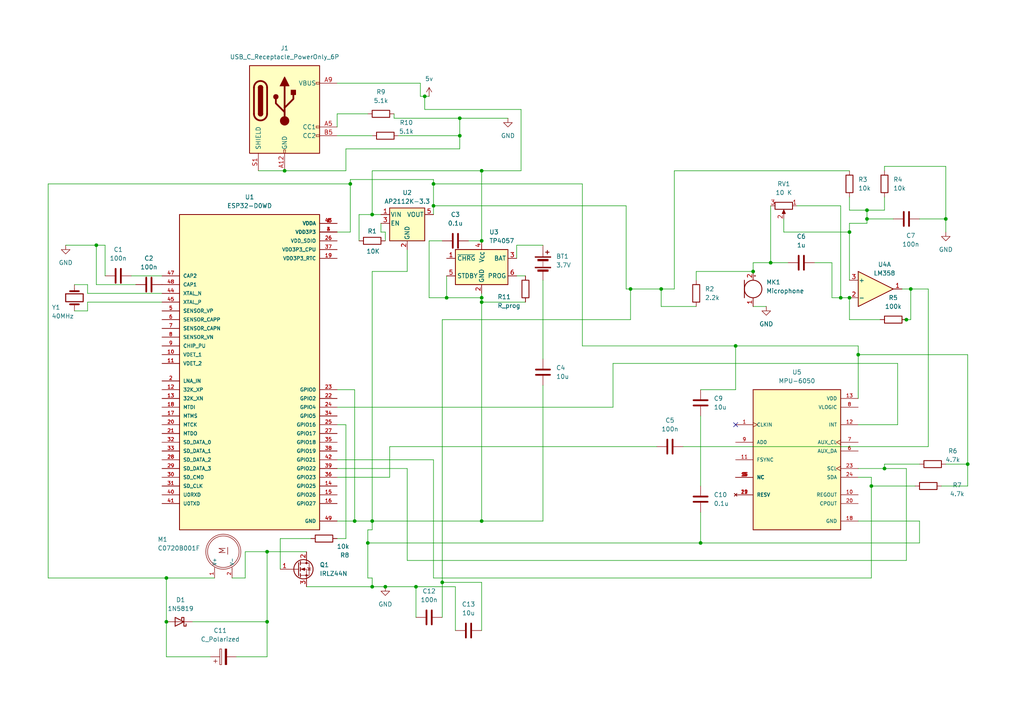
<source format=kicad_sch>
(kicad_sch (version 20231120) (generator "eeschema") (generator_version "8.0")
  (paper "A4")
  (lib_symbols
    (symbol "Amplifier_Operational:LM358" (pin_names (offset 0.127))
      (property "Reference" "U" (at 0 5.08 0))
      (property "Value" "LM358" (at 0 -5.08 0))
      (symbol "LM358_1_1"
        (polyline (pts (xy -5.08 5.08) (xy 5.08 0) (xy -5.08 -5.08) (xy -5.08 5.08)) (stroke (width 0.254)) (fill (type background)))
        (pin output line (at 7.62 0 180) (length 2.54) (name "~") (number "1"))
        (pin input line (at -7.62 -2.54 0) (length 2.54) (name "-") (number "2"))
        (pin input line (at -7.62 2.54 0) (length 2.54) (name "+") (number "3"))
      )
      (symbol "LM358_2_1"
        (polyline (pts (xy -5.08 5.08) (xy 5.08 0) (xy -5.08 -5.08) (xy -5.08 5.08)) (stroke (width 0.254)) (fill (type background)))
        (pin input line (at -7.62 2.54 0) (length 2.54) (name "+") (number "5"))
        (pin input line (at -7.62 -2.54 0) (length 2.54) (name "-") (number "6"))
        (pin output line (at 7.62 0 180) (length 2.54) (name "~") (number "7"))
      )
      (symbol "LM358_3_1"
        (pin power_in line (at -2.54 -7.62 90) (length 3.81) (name "V-") (number "4"))
        (pin power_in line (at -2.54 7.62 270) (length 3.81) (name "V+") (number "8"))
      )
    )
    (symbol "Battery_Management:TP4057"
      (property "Reference" "U" (at -6.35 6.604 0))
      (property "Value" "TP4057" (at 1.524 6.604 0))
      (symbol "TP4057_0_1"
        (rectangle (start -7.62 5.08) (end 7.62 -5.08) (stroke (width 0.254)) (fill (type background)))
      )
      (symbol "TP4057_1_1"
        (pin open_collector line (at -10.16 2.54 0) (length 2.54) (name "~{CHRG}") (number "1"))
        (pin power_in line (at 0 -7.62 90) (length 2.54) (name "GND") (number "2"))
        (pin power_out line (at 10.16 2.54 180) (length 2.54) (name "BAT") (number "3"))
        (pin power_in line (at 0 7.62 270) (length 2.54) (name "V_{CC}") (number "4"))
        (pin open_collector line (at -10.16 -2.54 0) (length 2.54) (name "STDBY") (number "5"))
        (pin passive line (at 10.16 -2.54 180) (length 2.54) (name "PROG") (number "6"))
      )
    )
    (symbol "C0720B001F:C0720B001F" (pin_names (offset 1.016))
      (property "Reference" "M" (at -6.3725 6.5 0))
      (property "Value" "C0720B001F" (at -5.5952 -9.0285 0))
      (symbol "C0720B001F_0_0"
        (polyline (pts (xy -5.08 2.54) (xy -4.572 2.54)) (stroke (width 0.1524)))
        (polyline (pts (xy -4.572 -2.54) (xy -5.08 -2.54)) (stroke (width 0.1524)))
        (polyline (pts (xy -0.762 -1.27) (xy 1.27 -1.27)) (stroke (width 0.1524)))
        (circle (center 0 0) (radius 4.572) (stroke (width 0.1524)))
        (circle (center 0 0) (radius 5.08) (stroke (width 0.1524)))
        (text "M" (at -0.7635 -0.7635 0) (effects (font (size 1.7815 1.7815)) (justify left bottom)))
        (pin power_in line (at -7.62 2.54 0) (length 2.54) (name "V+") (number "1"))
        (pin power_in line (at -7.62 -2.54 0) (length 2.54) (name "V-") (number "2"))
      )
    )
    (symbol "Connector:USB_C_Receptacle_PowerOnly_6P" (pin_names (offset 1.016))
      (property "Reference" "J" (at 0 16.51 0))
      (property "Value" "USB_C_Receptacle_PowerOnly_6P" (at 0 13.97 0))
      (symbol "USB_C_Receptacle_PowerOnly_6P_0_0"
        (rectangle (start -0.254 -12.7) (end 0.254 -11.684))
        (rectangle (start 10.16 -7.366) (end 9.144 -7.874))
        (rectangle (start 10.16 -4.826) (end 9.144 -5.334))
        (rectangle (start 10.16 7.874) (end 9.144 7.366))
      )
      (symbol "USB_C_Receptacle_PowerOnly_6P_0_1"
        (rectangle (start -10.16 12.7) (end 10.16 -12.7) (stroke (width 0.254)) (fill (type background)))
        (arc (start -8.89 -1.27) (mid -6.985 -3.1667) (end -5.08 -1.27) (stroke (width 0.508)))
        (arc (start -7.62 -1.27) (mid -6.985 -1.9023) (end -6.35 -1.27) (stroke (width 0.254)))
        (arc (start -7.62 -1.27) (mid -6.985 -1.9023) (end -6.35 -1.27) (stroke (width 0.254)) (fill (type outline)))
        (rectangle (start -7.62 -1.27) (end -6.35 6.35) (stroke (width 0.254)) (fill (type outline)))
        (arc (start -6.35 6.35) (mid -6.985 6.9823) (end -7.62 6.35) (stroke (width 0.254)))
        (arc (start -6.35 6.35) (mid -6.985 6.9823) (end -7.62 6.35) (stroke (width 0.254)) (fill (type outline)))
        (arc (start -5.08 6.35) (mid -6.985 8.2467) (end -8.89 6.35) (stroke (width 0.508)))
        (circle (center -2.54 3.683) (radius 0.635) (stroke (width 0.254)) (fill (type outline)))
        (circle (center 0 -3.302) (radius 1.27) (fill (type outline)))
        (polyline (pts (xy -8.89 -1.27) (xy -8.89 6.35)) (stroke (width 0.508)))
        (polyline (pts (xy -5.08 6.35) (xy -5.08 -1.27)) (stroke (width 0.508)))
        (polyline (pts (xy 0 -3.302) (xy 0 6.858)) (stroke (width 0.508)))
        (polyline (pts (xy 0 -0.762) (xy -2.54 1.778) (xy -2.54 3.048)) (stroke (width 0.508)))
        (polyline (pts (xy 0 0.508) (xy 2.54 3.048) (xy 2.54 4.318)) (stroke (width 0.508)))
        (polyline (pts (xy -1.27 6.858) (xy 0 9.398) (xy 1.27 6.858) (xy -1.27 6.858)) (stroke (width 0.254)) (fill (type outline)))
        (rectangle (start 1.905 4.318) (end 3.175 5.588) (stroke (width 0.254)) (fill (type outline)))
      )
      (symbol "USB_C_Receptacle_PowerOnly_6P_1_1"
        (pin passive line (at 0 -17.78 90) (length 5.08) (name "GND") (number "A12"))
        (pin bidirectional line (at 15.24 -5.08 180) (length 5.08) (name "CC1") (number "A5"))
        (pin passive line (at 15.24 7.62 180) (length 5.08) (name "VBUS") (number "A9"))
        (pin passive line (at 0 -17.78 90) (length 5.08) hide (name "GND") (number "B12"))
        (pin bidirectional line (at 15.24 -7.62 180) (length 5.08) (name "CC2") (number "B5"))
        (pin passive line (at 15.24 7.62 180) (length 5.08) hide (name "VBUS") (number "B9"))
        (pin passive line (at -7.62 -17.78 90) (length 5.08) (name "SHIELD") (number "S1"))
      )
    )
    (symbol "Device:Battery" (pin_numbers hide) (pin_names (offset 0) hide)
      (property "Reference" "BT" (at 2.54 2.54 0))
      (property "Value" "Battery" (at 2.54 0 0))
      (symbol "Battery_0_1"
        (rectangle (start -2.286 -1.27) (end 2.286 -1.524) (fill (type outline)))
        (rectangle (start -2.286 1.778) (end 2.286 1.524) (fill (type outline)))
        (rectangle (start -1.524 -2.032) (end 1.524 -2.54) (fill (type outline)))
        (rectangle (start -1.524 1.016) (end 1.524 0.508) (fill (type outline)))
        (polyline (pts (xy 0 -1.016) (xy 0 -0.762)))
        (polyline (pts (xy 0 -0.508) (xy 0 -0.254)))
        (polyline (pts (xy 0 0) (xy 0 0.254)))
        (polyline (pts (xy 0 1.778) (xy 0 2.54)))
        (polyline (pts (xy 0.762 3.048) (xy 1.778 3.048)) (stroke (width 0.254)))
        (polyline (pts (xy 1.27 3.556) (xy 1.27 2.54)) (stroke (width 0.254)))
      )
      (symbol "Battery_1_1"
        (pin passive line (at 0 5.08 270) (length 2.54) (name "+") (number "1"))
        (pin passive line (at 0 -5.08 90) (length 2.54) (name "-") (number "2"))
      )
    )
    (symbol "Device:C" (pin_numbers hide) (pin_names (offset 0.254))
      (property "Reference" "C" (at 0.635 2.54 0))
      (property "Value" "C" (at 0.635 -2.54 0))
      (symbol "C_0_1"
        (polyline (pts (xy -2.032 -0.762) (xy 2.032 -0.762)) (stroke (width 0.508)))
        (polyline (pts (xy -2.032 0.762) (xy 2.032 0.762)) (stroke (width 0.508)))
      )
      (symbol "C_1_1"
        (pin passive line (at 0 3.81 270) (length 2.794) (name "~") (number "1"))
        (pin passive line (at 0 -3.81 90) (length 2.794) (name "~") (number "2"))
      )
    )
    (symbol "Device:C_Polarized" (pin_numbers hide) (pin_names (offset 0.254))
      (property "Reference" "C" (at 0.635 2.54 0))
      (property "Value" "C_Polarized" (at 0.635 -2.54 0))
      (symbol "C_Polarized_0_1"
        (rectangle (start -2.286 0.508) (end 2.286 1.016))
        (polyline (pts (xy -1.778 2.286) (xy -0.762 2.286)))
        (polyline (pts (xy -1.27 2.794) (xy -1.27 1.778)))
        (rectangle (start 2.286 -0.508) (end -2.286 -1.016) (fill (type outline)))
      )
      (symbol "C_Polarized_1_1"
        (pin passive line (at 0 3.81 270) (length 2.794) (name "~") (number "1"))
        (pin passive line (at 0 -3.81 90) (length 2.794) (name "~") (number "2"))
      )
    )
    (symbol "Device:Crystal" (pin_numbers hide) (pin_names (offset 1.016) hide)
      (property "Reference" "Y" (at 0 3.81 0))
      (property "Value" "Crystal" (at 0 -3.81 0))
      (symbol "Crystal_0_1"
        (rectangle (start -1.143 2.54) (end 1.143 -2.54) (stroke (width 0.3048)))
        (polyline (pts (xy -2.54 0) (xy -1.905 0)))
        (polyline (pts (xy -1.905 -1.27) (xy -1.905 1.27)) (stroke (width 0.508)))
        (polyline (pts (xy 1.905 -1.27) (xy 1.905 1.27)) (stroke (width 0.508)))
        (polyline (pts (xy 2.54 0) (xy 1.905 0)))
      )
      (symbol "Crystal_1_1"
        (pin passive line (at -3.81 0 0) (length 1.27) (name "1") (number "1"))
        (pin passive line (at 3.81 0 180) (length 1.27) (name "2") (number "2"))
      )
    )
    (symbol "Device:Microphone" (pin_names (offset 0.0254) hide)
      (property "Reference" "MK" (at -3.81 1.27 0))
      (property "Value" "Microphone" (at -3.81 -0.635 0))
      (symbol "Microphone_0_1"
        (polyline (pts (xy -2.54 2.54) (xy -2.54 -2.54)) (stroke (width 0.254)))
        (polyline (pts (xy 0.254 3.81) (xy 0.762 3.81)))
        (polyline (pts (xy 0.508 4.064) (xy 0.508 3.556)))
        (circle (center 0 0) (radius 2.54) (stroke (width 0.254)))
      )
      (symbol "Microphone_1_1"
        (pin passive line (at 0 -5.08 90) (length 2.54) (name "-") (number "1"))
        (pin passive line (at 0 5.08 270) (length 2.54) (name "+") (number "2"))
      )
    )
    (symbol "Device:R" (pin_numbers hide) (pin_names (offset 0))
      (property "Reference" "R" (at 2.032 0 90))
      (property "Value" "R" (at 0 0 90))
      (symbol "R_0_1"
        (rectangle (start -1.016 -2.54) (end 1.016 2.54) (stroke (width 0.254)))
      )
      (symbol "R_1_1"
        (pin passive line (at 0 3.81 270) (length 1.27) (name "~") (number "1"))
        (pin passive line (at 0 -3.81 90) (length 1.27) (name "~") (number "2"))
      )
    )
    (symbol "Device:R_Potentiometer" (pin_names (offset 1.016) hide)
      (property "Reference" "RV" (at -4.445 0 90))
      (property "Value" "R_Potentiometer" (at -2.54 0 90))
      (symbol "R_Potentiometer_0_1"
        (polyline (pts (xy 2.54 0) (xy 1.524 0)))
        (polyline (pts (xy 1.143 0) (xy 2.286 0.508) (xy 2.286 -0.508) (xy 1.143 0)) (fill (type outline)))
        (rectangle (start 1.016 2.54) (end -1.016 -2.54) (stroke (width 0.254)))
      )
      (symbol "R_Potentiometer_1_1"
        (pin passive line (at 0 3.81 270) (length 1.27) (name "1") (number "1"))
        (pin passive line (at 3.81 0 180) (length 1.27) (name "2") (number "2"))
        (pin passive line (at 0 -3.81 90) (length 1.27) (name "3") (number "3"))
      )
    )
    (symbol "Diode:1N5819" (pin_numbers hide) (pin_names (offset 1.016) hide)
      (property "Reference" "D" (at 0 2.54 0))
      (property "Value" "1N5819" (at 0 -2.54 0))
      (symbol "1N5819_0_1"
        (polyline (pts (xy 1.27 0) (xy -1.27 0)))
        (polyline (pts (xy 1.27 1.27) (xy 1.27 -1.27) (xy -1.27 0) (xy 1.27 1.27)) (stroke (width 0.254)))
        (polyline (pts (xy -1.905 0.635) (xy -1.905 1.27) (xy -1.27 1.27) (xy -1.27 -1.27) (xy -0.635 -1.27) (xy -0.635 -0.635)) (stroke (width 0.254)))
      )
      (symbol "1N5819_1_1"
        (pin passive line (at -3.81 0 0) (length 2.54) (name "K") (number "1"))
        (pin passive line (at 3.81 0 180) (length 2.54) (name "A") (number "2"))
      )
    )
    (symbol "ESP32-D0WD:ESP32-D0WD" (pin_names (offset 1.016))
      (property "Reference" "U" (at -20.3223 45.7253 0))
      (property "Value" "ESP32-D0WD" (at -20.3476 -48.3256 0))
      (symbol "ESP32-D0WD_0_0"
        (rectangle (start -20.32 -45.72) (end 20.32 45.72) (stroke (width 0.254)) (fill (type background)))
        (pin power_in line (at 25.4 43.18 180) (length 5.08) (name "VDDA") (number "1"))
        (pin input line (at -25.4 5.08 0) (length 5.08) (name "VDET_1") (number "10"))
        (pin input line (at -25.4 2.54 0) (length 5.08) (name "VDET_2") (number "11"))
        (pin bidirectional line (at -25.4 -5.08 0) (length 5.08) (name "32K_XP") (number "12"))
        (pin bidirectional line (at -25.4 -7.62 0) (length 5.08) (name "32K_XN") (number "13"))
        (pin bidirectional line (at 25.4 -33.02 180) (length 5.08) (name "GPIO25") (number "14"))
        (pin bidirectional line (at 25.4 -35.56 180) (length 5.08) (name "GPIO26") (number "15"))
        (pin bidirectional line (at 25.4 -38.1 180) (length 5.08) (name "GPIO27") (number "16"))
        (pin bidirectional line (at -25.4 -12.7 0) (length 5.08) (name "MTMS") (number "17"))
        (pin bidirectional line (at -25.4 -10.16 0) (length 5.08) (name "MTDI") (number "18"))
        (pin power_in line (at 25.4 33.02 180) (length 5.08) (name "VDD3P3_RTC") (number "19"))
        (pin bidirectional line (at -25.4 -2.54 0) (length 5.08) (name "LNA_IN") (number "2"))
        (pin bidirectional line (at -25.4 -15.24 0) (length 5.08) (name "MTCK") (number "20"))
        (pin bidirectional line (at -25.4 -17.78 0) (length 5.08) (name "MTDO") (number "21"))
        (pin bidirectional line (at 25.4 -7.62 180) (length 5.08) (name "GPIO2") (number "22"))
        (pin bidirectional line (at 25.4 -5.08 180) (length 5.08) (name "GPIO0") (number "23"))
        (pin bidirectional line (at 25.4 -10.16 180) (length 5.08) (name "GPIO4") (number "24"))
        (pin bidirectional line (at 25.4 -15.24 180) (length 5.08) (name "GPIO16") (number "25"))
        (pin power_in line (at 25.4 38.1 180) (length 5.08) (name "VDD_SDIO") (number "26"))
        (pin bidirectional line (at 25.4 -17.78 180) (length 5.08) (name "GPIO17") (number "27"))
        (pin bidirectional line (at -25.4 -25.4 0) (length 5.08) (name "SD_DATA_2") (number "28"))
        (pin bidirectional line (at -25.4 -27.94 0) (length 5.08) (name "SD_DATA_3") (number "29"))
        (pin power_in line (at 25.4 40.64 180) (length 5.08) (name "VDD3P3") (number "3"))
        (pin bidirectional line (at -25.4 -30.48 0) (length 5.08) (name "SD_CMD") (number "30"))
        (pin bidirectional line (at -25.4 -33.02 0) (length 5.08) (name "SD_CLK") (number "31"))
        (pin bidirectional line (at -25.4 -20.32 0) (length 5.08) (name "SD_DATA_0") (number "32"))
        (pin bidirectional line (at -25.4 -22.86 0) (length 5.08) (name "SD_DATA_1") (number "33"))
        (pin bidirectional line (at 25.4 -12.7 180) (length 5.08) (name "GPIO5") (number "34"))
        (pin bidirectional line (at 25.4 -20.32 180) (length 5.08) (name "GPIO18") (number "35"))
        (pin bidirectional line (at 25.4 -30.48 180) (length 5.08) (name "GPIO23") (number "36"))
        (pin power_in line (at 25.4 35.56 180) (length 5.08) (name "VDD3P3_CPU") (number "37"))
        (pin bidirectional line (at 25.4 -22.86 180) (length 5.08) (name "GPIO19") (number "38"))
        (pin bidirectional line (at 25.4 -27.94 180) (length 5.08) (name "GPIO22") (number "39"))
        (pin power_in line (at 25.4 40.64 180) (length 5.08) (name "VDD3P3") (number "4"))
        (pin bidirectional line (at -25.4 -35.56 0) (length 5.08) (name "U0RXD") (number "40"))
        (pin bidirectional line (at -25.4 -38.1 0) (length 5.08) (name "U0TXD") (number "41"))
        (pin bidirectional line (at 25.4 -25.4 180) (length 5.08) (name "GPIO21") (number "42"))
        (pin power_in line (at 25.4 43.18 180) (length 5.08) (name "VDDA") (number "43"))
        (pin output line (at -25.4 22.86 0) (length 5.08) (name "XTAL_N") (number "44"))
        (pin input line (at -25.4 20.32 0) (length 5.08) (name "XTAL_P") (number "45"))
        (pin power_in line (at 25.4 43.18 180) (length 5.08) (name "VDDA") (number "46"))
        (pin input line (at -25.4 27.94 0) (length 5.08) (name "CAP2") (number "47"))
        (pin input line (at -25.4 25.4 0) (length 5.08) (name "CAP1") (number "48"))
        (pin power_in line (at 25.4 -43.18 180) (length 5.08) (name "GND") (number "49"))
        (pin input line (at -25.4 17.78 0) (length 5.08) (name "SENSOR_VP") (number "5"))
        (pin input line (at -25.4 15.24 0) (length 5.08) (name "SENSOR_CAPP") (number "6"))
        (pin input line (at -25.4 12.7 0) (length 5.08) (name "SENSOR_CAPN") (number "7"))
        (pin input line (at -25.4 10.16 0) (length 5.08) (name "SENSOR_VN") (number "8"))
        (pin input line (at -25.4 7.62 0) (length 5.08) (name "CHIP_PU") (number "9"))
      )
    )
    (symbol "MPU-6050:MPU-6050" (pin_names (offset 1.016))
      (property "Reference" "U" (at -12.7 21.082 0))
      (property "Value" "MPU-6050" (at -12.7 -22.86 0))
      (symbol "MPU-6050_0_0"
        (rectangle (start -12.7 -20.32) (end 12.7 20.32) (stroke (width 0.254)) (fill (type background)))
        (pin input clock (at -17.78 10.16 0) (length 5.08) (name "CLKIN") (number "1"))
        (pin passive line (at 17.78 -10.16 180) (length 5.08) (name "REGOUT") (number "10"))
        (pin input line (at -17.78 0 0) (length 5.08) (name "FSYNC") (number "11"))
        (pin output line (at 17.78 10.16 180) (length 5.08) (name "INT") (number "12"))
        (pin power_in line (at 17.78 17.78 180) (length 5.08) (name "VDD") (number "13"))
        (pin passive line (at -17.78 -5.08 0) (length 5.08) (name "NC") (number "14"))
        (pin passive line (at -17.78 -5.08 0) (length 5.08) (name "NC") (number "15"))
        (pin passive line (at -17.78 -5.08 0) (length 5.08) (name "NC") (number "16"))
        (pin passive line (at -17.78 -5.08 0) (length 5.08) (name "NC") (number "17"))
        (pin power_in line (at 17.78 -17.78 180) (length 5.08) (name "GND") (number "18"))
        (pin no_connect line (at -17.78 -10.16 0) (length 5.08) (name "RESV") (number "19"))
        (pin passive line (at -17.78 -5.08 0) (length 5.08) (name "NC") (number "2"))
        (pin passive line (at 17.78 -12.7 180) (length 5.08) (name "CPOUT") (number "20"))
        (pin no_connect line (at -17.78 -10.16 0) (length 5.08) (name "RESV") (number "21"))
        (pin no_connect line (at -17.78 -10.16 0) (length 5.08) (name "RESV") (number "22"))
        (pin input clock (at 17.78 -2.54 180) (length 5.08) (name "SCL") (number "23"))
        (pin bidirectional line (at 17.78 -5.08 180) (length 5.08) (name "SDA") (number "24"))
        (pin passive line (at -17.78 -5.08 0) (length 5.08) (name "NC") (number "3"))
        (pin passive line (at -17.78 -5.08 0) (length 5.08) (name "NC") (number "4"))
        (pin passive line (at -17.78 -5.08 0) (length 5.08) (name "NC") (number "5"))
        (pin bidirectional line (at 17.78 2.54 180) (length 5.08) (name "AUX_DA") (number "6"))
        (pin output clock (at 17.78 5.08 180) (length 5.08) (name "AUX_CL") (number "7"))
        (pin power_in line (at 17.78 15.24 180) (length 5.08) (name "VLOGIC") (number "8"))
        (pin input line (at -17.78 5.08 0) (length 5.08) (name "AD0") (number "9"))
      )
    )
    (symbol "Regulator_Linear:AP2112K-3.3" (pin_names (offset 0.254))
      (property "Reference" "U" (at -5.08 5.715 0))
      (property "Value" "AP2112K-3.3" (at 0 5.715 0))
      (symbol "AP2112K-3.3_0_1"
        (rectangle (start -5.08 4.445) (end 5.08 -5.08) (stroke (width 0.254)) (fill (type background)))
      )
      (symbol "AP2112K-3.3_1_1"
        (pin power_in line (at -7.62 2.54 0) (length 2.54) (name "VIN") (number "1"))
        (pin power_in line (at 0 -7.62 90) (length 2.54) (name "GND") (number "2"))
        (pin input line (at -7.62 0 0) (length 2.54) (name "EN") (number "3"))
        (pin no_connect line (at 5.08 0 180) (length 2.54) hide (name "NC") (number "4"))
        (pin power_out line (at 7.62 2.54 180) (length 2.54) (name "VOUT") (number "5"))
      )
    )
    (symbol "Transistor_FET:IRLZ44N" (pin_names hide)
      (property "Reference" "Q" (at 5.08 1.905 0))
      (property "Value" "IRLZ44N" (at 5.08 0 0))
      (symbol "IRLZ44N_0_1"
        (polyline (pts (xy 0.254 0) (xy -2.54 0)))
        (polyline (pts (xy 0.254 1.905) (xy 0.254 -1.905)) (stroke (width 0.254)))
        (polyline (pts (xy 0.762 -1.27) (xy 0.762 -2.286)) (stroke (width 0.254)))
        (polyline (pts (xy 0.762 0.508) (xy 0.762 -0.508)) (stroke (width 0.254)))
        (polyline (pts (xy 0.762 2.286) (xy 0.762 1.27)) (stroke (width 0.254)))
        (polyline (pts (xy 2.54 2.54) (xy 2.54 1.778)))
        (polyline (pts (xy 2.54 -2.54) (xy 2.54 0) (xy 0.762 0)))
        (polyline (pts (xy 0.762 -1.778) (xy 3.302 -1.778) (xy 3.302 1.778) (xy 0.762 1.778)))
        (polyline (pts (xy 1.016 0) (xy 2.032 0.381) (xy 2.032 -0.381) (xy 1.016 0)) (fill (type outline)))
        (polyline (pts (xy 2.794 0.508) (xy 2.921 0.381) (xy 3.683 0.381) (xy 3.81 0.254)))
        (polyline (pts (xy 3.302 0.381) (xy 2.921 -0.254) (xy 3.683 -0.254) (xy 3.302 0.381)))
        (circle (center 1.651 0) (radius 2.794) (stroke (width 0.254)))
        (circle (center 2.54 -1.778) (radius 0.254) (fill (type outline)))
        (circle (center 2.54 1.778) (radius 0.254) (fill (type outline)))
      )
      (symbol "IRLZ44N_1_1"
        (pin input line (at -5.08 0 0) (length 2.54) (name "G") (number "1"))
        (pin passive line (at 2.54 5.08 270) (length 2.54) (name "D") (number "2"))
        (pin passive line (at 2.54 -5.08 90) (length 2.54) (name "S") (number "3"))
      )
    )
    (symbol "power:GND" (power) (pin_numbers hide) (pin_names (offset 0) hide)
      (property "Value" "GND" (at 0 -3.81 0))
      (symbol "GND_0_1"
        (polyline (pts (xy 0 0) (xy 0 -1.27) (xy 1.27 -1.27) (xy 0 -2.54) (xy -1.27 -1.27) (xy 0 -1.27)))
      )
      (symbol "GND_1_1"
        (pin power_in line (at 0 0 270) (length 0) (name "~") (number "1"))
      )
    )
    (symbol "power:VCC" (power) (pin_numbers hide) (pin_names (offset 0) hide)
      (property "Value" "VCC" (at 0 3.556 0))
      (symbol "VCC_0_1"
        (polyline (pts (xy -0.762 1.27) (xy 0 2.54)))
        (polyline (pts (xy 0 0) (xy 0 2.54)))
        (polyline (pts (xy 0 2.54) (xy 0.762 1.27)))
      )
      (symbol "VCC_1_1"
        (pin power_in line (at 0 0 90) (length 0) (name "~") (number "1"))
      )
    )
  )
  (junction (at 182.88 83.82))
  (junction (at 264.16 83.82))
  (junction (at 191.77 83.82))
  (junction (at 82.55 49.53))
  (junction (at 107.95 170.18))
  (junction (at 129.54 86.36))
  (junction (at 48.26 167.64))
  (junction (at 123.19 27.94))
  (junction (at 125.73 53.34))
  (junction (at 139.7 69.85))
  (junction (at 139.7 151.13))
  (junction (at 27.94 71.12))
  (junction (at 101.6 53.34))
  (junction (at 218.44 78.74))
  (junction (at 139.7 86.36))
  (junction (at 128.27 168.91))
  (junction (at 139.7 49.53))
  (junction (at 133.35 39.37))
  (junction (at 252.73 140.97))
  (junction (at 102.87 151.13))
  (junction (at 107.95 151.13))
  (junction (at 251.46 60.96))
  (junction (at 125.73 59.69))
  (junction (at 120.65 170.18))
  (junction (at 77.47 180.34))
  (junction (at 111.76 170.18))
  (junction (at 251.46 63.5))
  (junction (at 248.92 102.87))
  (junction (at 139.7 87.63))
  (junction (at 246.38 67.31))
  (junction (at 262.89 92.71))
  (junction (at 223.52 76.2))
  (junction (at 77.47 160.02))
  (junction (at 106.68 157.48))
  (junction (at 243.84 86.36))
  (junction (at 280.67 134.62))
  (junction (at 203.2 157.48))
  (junction (at 246.38 86.36))
  (junction (at 133.35 34.29))
  (junction (at 274.32 63.5))
  (junction (at 48.26 180.34))
  (junction (at 256.54 135.89))
  (junction (at 107.95 62.23))
  (junction (at 213.36 100.33))
  (no_connect (at 213.36 123.19))
  (wire (pts (xy 102.87 113.03) (xy 102.87 151.13)))
  (wire (pts (xy 203.2 120.65) (xy 203.2 140.97)))
  (wire (pts (xy 30.48 80.01) (xy 30.48 71.12)))
  (wire (pts (xy 125.73 167.64) (xy 125.73 133.35)))
  (wire (pts (xy 151.13 49.53) (xy 139.7 49.53)))
  (wire (pts (xy 157.48 111.76) (xy 157.48 151.13)))
  (wire (pts (xy 129.54 86.36) (xy 139.7 86.36)))
  (wire (pts (xy 97.79 138.43) (xy 113.03 138.43)))
  (wire (pts (xy 190.5 129.54) (xy 113.03 129.54)))
  (wire (pts (xy 248.92 123.19) (xy 260.35 123.19)))
  (wire (pts (xy 246.38 64.77) (xy 246.38 67.31)))
  (wire (pts (xy 255.27 92.71) (xy 246.38 92.71)))
  (wire (pts (xy 107.95 78.74) (xy 107.95 151.13)))
  (wire (pts (xy 121.92 24.13) (xy 121.92 27.94)))
  (wire (pts (xy 68.58 190.5) (xy 77.47 190.5)))
  (wire (pts (xy 77.47 190.5) (xy 77.47 180.34)))
  (wire (pts (xy 60.96 190.5) (xy 48.26 190.5)))
  (wire (pts (xy 168.91 53.34) (xy 125.73 53.34)))
  (wire (pts (xy 246.38 67.31) (xy 246.38 81.28)))
  (wire (pts (xy 48.26 180.34) (xy 48.26 190.5)))
  (wire (pts (xy 88.9 160.02) (xy 77.47 160.02)))
  (wire (pts (xy 248.92 102.87) (xy 280.67 102.87)))
  (wire (pts (xy 139.7 151.13) (xy 107.95 151.13)))
  (wire (pts (xy 241.3 86.36) (xy 243.84 86.36)))
  (wire (pts (xy 100.33 43.18) (xy 133.35 43.18)))
  (wire (pts (xy 274.32 134.62) (xy 280.67 134.62)))
  (wire (pts (xy 274.32 63.5) (xy 274.32 48.26)))
  (wire (pts (xy 256.54 135.89) (xy 262.89 135.89)))
  (wire (pts (xy 252.73 167.64) (xy 125.73 167.64)))
  (wire (pts (xy 128.27 69.85) (xy 124.46 69.85)))
  (wire (pts (xy 124.46 69.85) (xy 124.46 86.36)))
  (wire (pts (xy 97.79 24.13) (xy 121.92 24.13)))
  (wire (pts (xy 266.7 134.62) (xy 256.54 134.62)))
  (wire (pts (xy 133.35 34.29) (xy 114.3 34.29)))
  (wire (pts (xy 88.9 170.18) (xy 107.95 170.18)))
  (wire (pts (xy 124.46 86.36) (xy 129.54 86.36)))
  (wire (pts (xy 139.7 86.36) (xy 139.7 87.63)))
  (wire (pts (xy 256.54 60.96) (xy 251.46 60.96)))
  (wire (pts (xy 107.95 167.64) (xy 107.95 170.18)))
  (wire (pts (xy 195.58 49.53) (xy 195.58 83.82)))
  (wire (pts (xy 246.38 64.77) (xy 251.46 64.77)))
  (wire (pts (xy 151.13 31.75) (xy 151.13 49.53)))
  (wire (pts (xy 100.33 123.19) (xy 97.79 123.19)))
  (wire (pts (xy 115.57 39.37) (xy 133.35 39.37)))
  (wire (pts (xy 82.55 49.53) (xy 100.33 49.53)))
  (wire (pts (xy 118.11 162.56) (xy 118.11 135.89)))
  (wire (pts (xy 251.46 63.5) (xy 259.08 63.5)))
  (wire (pts (xy 147.32 34.29) (xy 133.35 34.29)))
  (wire (pts (xy 125.73 59.69) (xy 125.73 62.23)))
  (wire (pts (xy 256.54 134.62) (xy 256.54 135.89)))
  (wire (pts (xy 139.7 85.09) (xy 139.7 86.36)))
  (wire (pts (xy 191.77 83.82) (xy 182.88 83.82)))
  (wire (pts (xy 213.36 113.03) (xy 203.2 113.03)))
  (wire (pts (xy 19.05 71.12) (xy 27.94 71.12)))
  (wire (pts (xy 168.91 100.33) (xy 168.91 53.34)))
  (wire (pts (xy 227.33 67.31) (xy 246.38 67.31)))
  (wire (pts (xy 262.89 162.56) (xy 118.11 162.56)))
  (wire (pts (xy 149.86 71.12) (xy 149.86 74.93)))
  (wire (pts (xy 39.37 82.55) (xy 27.94 82.55)))
  (wire (pts (xy 97.79 39.37) (xy 107.95 39.37)))
  (wire (pts (xy 251.46 64.77) (xy 251.46 63.5)))
  (wire (pts (xy 260.35 105.41) (xy 177.8 105.41)))
  (wire (pts (xy 77.47 160.02) (xy 71.12 160.02)))
  (wire (pts (xy 266.7 151.13) (xy 266.7 157.48)))
  (wire (pts (xy 100.33 156.21) (xy 100.33 123.19)))
  (wire (pts (xy 38.1 80.01) (xy 46.99 80.01)))
  (wire (pts (xy 248.92 115.57) (xy 248.92 102.87)))
  (wire (pts (xy 251.46 60.96) (xy 246.38 60.96)))
  (wire (pts (xy 48.26 167.64) (xy 62.23 167.64)))
  (wire (pts (xy 139.7 69.85) (xy 135.89 69.85)))
  (wire (pts (xy 260.35 123.19) (xy 260.35 105.41)))
  (wire (pts (xy 262.89 135.89) (xy 262.89 162.56)))
  (wire (pts (xy 201.93 78.74) (xy 201.93 81.28)))
  (wire (pts (xy 266.7 63.5) (xy 274.32 63.5)))
  (wire (pts (xy 248.92 135.89) (xy 256.54 135.89)))
  (wire (pts (xy 261.62 92.71) (xy 262.89 92.71)))
  (wire (pts (xy 13.97 167.64) (xy 13.97 53.34)))
  (wire (pts (xy 123.19 27.94) (xy 123.19 31.75)))
  (wire (pts (xy 107.95 62.23) (xy 110.49 62.23)))
  (wire (pts (xy 218.44 78.74) (xy 201.93 78.74)))
  (wire (pts (xy 246.38 49.53) (xy 195.58 49.53)))
  (wire (pts (xy 118.11 72.39) (xy 118.11 78.74)))
  (wire (pts (xy 106.68 167.64) (xy 107.95 167.64)))
  (wire (pts (xy 269.24 129.54) (xy 269.24 83.82)))
  (wire (pts (xy 123.19 31.75) (xy 151.13 31.75)))
  (wire (pts (xy 13.97 167.64) (xy 48.26 167.64)))
  (wire (pts (xy 101.6 67.31) (xy 97.79 67.31)))
  (wire (pts (xy 252.73 138.43) (xy 252.73 140.97)))
  (wire (pts (xy 133.35 39.37) (xy 133.35 43.18)))
  (wire (pts (xy 252.73 140.97) (xy 252.73 167.64)))
  (wire (pts (xy 111.76 67.31) (xy 111.76 69.85)))
  (wire (pts (xy 129.54 80.01) (xy 129.54 86.36)))
  (wire (pts (xy 213.36 100.33) (xy 213.36 113.03)))
  (wire (pts (xy 104.14 69.85) (xy 104.14 62.23)))
  (wire (pts (xy 213.36 100.33) (xy 168.91 100.33)))
  (wire (pts (xy 201.93 88.9) (xy 191.77 88.9)))
  (wire (pts (xy 120.65 170.18) (xy 132.08 170.18)))
  (wire (pts (xy 128.27 92.71) (xy 182.88 92.71)))
  (wire (pts (xy 269.24 83.82) (xy 264.16 83.82)))
  (wire (pts (xy 223.52 59.69) (xy 223.52 76.2)))
  (wire (pts (xy 107.95 151.13) (xy 107.95 153.67)))
  (wire (pts (xy 256.54 60.96) (xy 256.54 57.15)))
  (wire (pts (xy 27.94 71.12) (xy 30.48 71.12)))
  (wire (pts (xy 231.14 59.69) (xy 243.84 59.69)))
  (wire (pts (xy 203.2 148.59) (xy 203.2 157.48)))
  (wire (pts (xy 106.68 153.67) (xy 107.95 153.67)))
  (wire (pts (xy 25.4 82.55) (xy 21.59 82.55)))
  (wire (pts (xy 274.32 48.26) (xy 256.54 48.26)))
  (wire (pts (xy 218.44 88.9) (xy 222.25 88.9)))
  (wire (pts (xy 101.6 52.07) (xy 125.73 52.07)))
  (wire (pts (xy 181.61 59.69) (xy 125.73 59.69)))
  (wire (pts (xy 157.48 151.13) (xy 139.7 151.13)))
  (wire (pts (xy 55.88 180.34) (xy 77.47 180.34)))
  (wire (pts (xy 25.4 87.63) (xy 25.4 90.17)))
  (wire (pts (xy 177.8 118.11) (xy 97.79 118.11)))
  (wire (pts (xy 248.92 102.87) (xy 248.92 100.33)))
  (wire (pts (xy 139.7 87.63) (xy 139.7 151.13)))
  (wire (pts (xy 223.52 76.2) (xy 218.44 76.2)))
  (wire (pts (xy 280.67 140.97) (xy 273.05 140.97)))
  (wire (pts (xy 123.19 27.94) (xy 124.46 27.94)))
  (wire (pts (xy 13.97 53.34) (xy 101.6 53.34)))
  (wire (pts (xy 248.92 100.33) (xy 213.36 100.33)))
  (wire (pts (xy 228.6 76.2) (xy 223.52 76.2)))
  (wire (pts (xy 241.3 76.2) (xy 241.3 86.36)))
  (wire (pts (xy 113.03 129.54) (xy 113.03 138.43)))
  (wire (pts (xy 274.32 67.31) (xy 274.32 63.5)))
  (wire (pts (xy 125.73 133.35) (xy 97.79 133.35)))
  (wire (pts (xy 46.99 87.63) (xy 25.4 87.63)))
  (wire (pts (xy 177.8 105.41) (xy 177.8 118.11)))
  (wire (pts (xy 111.76 170.18) (xy 120.65 170.18)))
  (wire (pts (xy 81.28 165.1) (xy 81.28 156.21)))
  (wire (pts (xy 246.38 92.71) (xy 246.38 86.36)))
  (wire (pts (xy 248.92 138.43) (xy 252.73 138.43)))
  (wire (pts (xy 266.7 157.48) (xy 203.2 157.48)))
  (wire (pts (xy 280.67 134.62) (xy 280.67 140.97)))
  (wire (pts (xy 248.92 151.13) (xy 266.7 151.13)))
  (wire (pts (xy 128.27 179.07) (xy 128.27 168.91)))
  (wire (pts (xy 139.7 182.88) (xy 139.7 168.91)))
  (wire (pts (xy 152.4 87.63) (xy 139.7 87.63)))
  (wire (pts (xy 110.49 67.31) (xy 111.76 67.31)))
  (wire (pts (xy 71.12 160.02) (xy 71.12 167.64)))
  (wire (pts (xy 139.7 168.91) (xy 128.27 168.91)))
  (wire (pts (xy 67.31 167.64) (xy 71.12 167.64)))
  (wire (pts (xy 139.7 49.53) (xy 107.95 49.53)))
  (wire (pts (xy 218.44 76.2) (xy 218.44 78.74)))
  (wire (pts (xy 198.12 129.54) (xy 269.24 129.54)))
  (wire (pts (xy 125.73 52.07) (xy 125.73 53.34)))
  (wire (pts (xy 139.7 49.53) (xy 139.7 69.85)))
  (wire (pts (xy 102.87 151.13) (xy 97.79 151.13)))
  (wire (pts (xy 100.33 49.53) (xy 100.33 43.18)))
  (wire (pts (xy 133.35 39.37) (xy 133.35 34.29)))
  (wire (pts (xy 77.47 180.34) (xy 77.47 160.02)))
  (wire (pts (xy 256.54 48.26) (xy 256.54 49.53)))
  (wire (pts (xy 106.68 153.67) (xy 106.68 157.48)))
  (wire (pts (xy 97.79 33.02) (xy 97.79 36.83)))
  (wire (pts (xy 203.2 157.48) (xy 106.68 157.48)))
  (wire (pts (xy 132.08 182.88) (xy 132.08 170.18)))
  (wire (pts (xy 81.28 156.21) (xy 90.17 156.21)))
  (wire (pts (xy 182.88 83.82) (xy 182.88 92.71)))
  (wire (pts (xy 246.38 60.96) (xy 246.38 57.15)))
  (wire (pts (xy 27.94 82.55) (xy 27.94 71.12)))
  (wire (pts (xy 97.79 113.03) (xy 102.87 113.03)))
  (wire (pts (xy 107.95 151.13) (xy 102.87 151.13)))
  (wire (pts (xy 106.68 157.48) (xy 106.68 167.64)))
  (wire (pts (xy 265.43 140.97) (xy 252.73 140.97)))
  (wire (pts (xy 264.16 83.82) (xy 264.16 92.71)))
  (wire (pts (xy 25.4 90.17) (xy 21.59 90.17)))
  (wire (pts (xy 227.33 63.5) (xy 227.33 67.31)))
  (wire (pts (xy 74.93 49.53) (xy 82.55 49.53)))
  (wire (pts (xy 107.95 170.18) (xy 111.76 170.18)))
  (wire (pts (xy 157.48 81.28) (xy 157.48 104.14)))
  (wire (pts (xy 191.77 83.82) (xy 191.77 88.9)))
  (wire (pts (xy 46.99 85.09) (xy 25.4 85.09)))
  (wire (pts (xy 243.84 59.69) (xy 243.84 86.36)))
  (wire (pts (xy 101.6 53.34) (xy 101.6 67.31)))
  (wire (pts (xy 195.58 83.82) (xy 191.77 83.82)))
  (wire (pts (xy 236.22 76.2) (xy 241.3 76.2)))
  (wire (pts (xy 261.62 83.82) (xy 264.16 83.82)))
  (wire (pts (xy 25.4 85.09) (xy 25.4 82.55)))
  (wire (pts (xy 149.86 80.01) (xy 152.4 80.01)))
  (wire (pts (xy 120.65 179.07) (xy 120.65 170.18)))
  (wire (pts (xy 264.16 92.71) (xy 262.89 92.71)))
  (wire (pts (xy 149.86 71.12) (xy 157.48 71.12)))
  (wire (pts (xy 182.88 83.82) (xy 181.61 83.82)))
  (wire (pts (xy 106.68 33.02) (xy 97.79 33.02)))
  (wire (pts (xy 114.3 34.29) (xy 114.3 33.02)))
  (wire (pts (xy 107.95 49.53) (xy 107.95 62.23)))
  (wire (pts (xy 280.67 102.87) (xy 280.67 134.62)))
  (wire (pts (xy 104.14 62.23) (xy 107.95 62.23)))
  (wire (pts (xy 181.61 83.82) (xy 181.61 59.69)))
  (wire (pts (xy 101.6 52.07) (xy 101.6 53.34)))
  (wire (pts (xy 118.11 135.89) (xy 97.79 135.89)))
  (wire (pts (xy 125.73 53.34) (xy 125.73 59.69)))
  (wire (pts (xy 121.92 27.94) (xy 123.19 27.94)))
  (wire (pts (xy 97.79 156.21) (xy 100.33 156.21)))
  (wire (pts (xy 118.11 78.74) (xy 107.95 78.74)))
  (wire (pts (xy 110.49 64.77) (xy 110.49 67.31)))
  (wire (pts (xy 243.84 86.36) (xy 246.38 86.36)))
  (wire (pts (xy 48.26 167.64) (xy 48.26 180.34)))
  (wire (pts (xy 251.46 63.5) (xy 251.46 60.96)))
  (wire (pts (xy 128.27 168.91) (xy 128.27 92.71)))
  (symbol (lib_id "Device:C") (at 232.41 76.2 270) (unit 1)
    (property "Reference" "C6" (at 232.41 68.58 90))
    (property "Value" "1u" (at 232.41 71.12 90))
    (property "Footprint" "Capacitor_SMD:C_0603_1608Metric" (effects (hide yes)))
    (property "Description" "Unpolarized capacitor" (effects (hide yes)))
  )
  (symbol (lib_id "Device:R") (at 111.76 39.37 90) (unit 1)
    (property "Reference" "R10" (at 117.856 35.56 90))
    (property "Value" "5.1k" (at 117.856 38.1 90))
    (property "Footprint" "Resistor_SMD:R_0603_1608Metric" (effects (hide yes)))
    (property "Description" "Resistor" (effects (hide yes)))
  )
  (symbol (lib_id "Device:R") (at 270.51 134.62 90) (unit 1)
    (property "Reference" "R6" (at 276.352 130.81 90))
    (property "Value" "4.7k" (at 276.352 133.35 90))
    (property "Footprint" "Resistor_SMD:R_0603_1608Metric" (effects (hide yes)))
    (property "Description" "Resistor" (effects (hide yes)))
  )
  (symbol (lib_id "Device:R") (at 269.24 140.97 90) (unit 1)
    (property "Reference" "R7" (at 277.622 140.716 90))
    (property "Value" "4.7k" (at 277.622 143.256 90))
    (property "Footprint" "Resistor_SMD:R_0603_1608Metric" (effects (hide yes)))
    (property "Description" "Resistor" (effects (hide yes)))
  )
  (symbol (lib_id "Device:R") (at 152.4 83.82 0) (unit 1)
    (property "Reference" "R11" (at 144.272 86.106 0) (effects (justify left)))
    (property "Value" "R_prog" (at 144.272 88.646 0) (effects (justify left)))
    (property "Footprint" "Resistor_SMD:R_0603_1608Metric" (effects (hide yes)))
    (property "Description" "Resistor" (effects (hide yes)))
  )
  (symbol (lib_id "Device:R") (at 256.54 53.34 0) (unit 1)
    (property "Reference" "R4" (at 259.08 52.0699 0) (effects (justify left)))
    (property "Value" "10k" (at 259.08 54.6099 0) (effects (justify left)))
    (property "Footprint" "Resistor_SMD:R_0603_1608Metric" (effects (hide yes)))
    (property "Description" "Resistor" (effects (hide yes)))
  )
  (symbol (lib_id "Device:C") (at 203.2 144.78 0) (unit 1)
    (property "Reference" "C10" (at 207.01 143.5099 0) (effects (justify left)))
    (property "Value" "0.1u" (at 207.01 146.0499 0) (effects (justify left)))
    (property "Footprint" "Capacitor_SMD:C_0603_1608Metric" (effects (hide yes)))
    (property "Description" "Unpolarized capacitor" (effects (hide yes)))
  )
  (symbol (lib_id "Device:R_Potentiometer") (at 227.33 59.69 270) (unit 1)
    (property "Reference" "RV1" (at 227.33 53.34 90))
    (property "Value" "10 K" (at 227.33 55.88 90))
    (property "Footprint" "Potentiometer_SMD:Potentiometer_ACP_CA6-VSMD_Vertical" (effects (hide yes)))
    (property "Description" "Potentiometer" (effects (hide yes)))
  )
  (symbol (lib_id "Device:C") (at 34.29 80.01 90) (unit 1)
    (property "Reference" "C1" (at 34.29 72.39 90))
    (property "Value" "100n" (at 34.29 74.93 90))
    (property "Footprint" "Capacitor_SMD:C_0603_1608Metric" (effects (hide yes)))
    (property "Description" "Unpolarized capacitor" (effects (hide yes)))
  )
  (symbol (lib_id "Battery_Management:TP4057") (at 139.7 77.47 0) (unit 1)
    (property "Reference" "U3" (at 141.8941 67.31 0) (effects (justify left)))
    (property "Value" "TP4057" (at 141.8941 69.85 0) (effects (justify left)))
    (property "Footprint" "Package_TO_SOT_SMD:SOT-23-6" (effects (hide yes)))
    (property "Datasheet" "http://toppwr.com/uploadfile/file/20230304/640302a47b738.pdf" (effects (hide yes)))
    (property "Description" "Constant-current/constant-voltage linear charger for single cell lithium-ion batteries with 2.9V Trickle Charge, 4.5V to 6.5V VDD, -40 to +85 degree Celsius, TSOT-23-5" (effects (hide yes)))
  )
  (symbol (lib_id "Device:R") (at 110.49 33.02 90) (unit 1)
    (property "Reference" "R9" (at 110.49 26.67 90))
    (property "Value" "5.1k" (at 110.49 29.21 90))
    (property "Footprint" "Resistor_SMD:R_0603_1608Metric" (effects (hide yes)))
    (property "Description" "Resistor" (effects (hide yes)))
  )
  (symbol (lib_id "Device:C_Polarized") (at 64.77 190.5 90) (unit 1)
    (property "Reference" "C11" (at 63.881 182.88 90))
    (property "Value" "C_Polarized" (at 63.881 185.42 90))
    (property "Footprint" "Capacitor_SMD:C_Elec_3x5.4" (effects (hide yes)))
    (property "Description" "Polarized capacitor" (effects (hide yes)))
  )
  (symbol (lib_id "Connector:USB_C_Receptacle_PowerOnly_6P") (at 82.55 31.75 0) (unit 1)
    (property "Reference" "J1" (at 82.55 13.97 0))
    (property "Value" "USB_C_Receptacle_PowerOnly_6P" (at 82.55 16.51 0))
    (property "Footprint" "Connector_USB:USB_C_Receptacle_Amphenol_12401548E4-2A" (effects (hide yes)))
    (property "Datasheet" "https://www.usb.org/sites/default/files/documents/usb_type-c.zip" (effects (hide yes)))
    (property "Description" "USB Power-Only 6P Type-C Receptacle connector" (effects (hide yes)))
  )
  (symbol (lib_id "Diode:1N5819") (at 52.07 180.34 180) (unit 1)
    (property "Reference" "D1" (at 52.3875 173.99 0))
    (property "Value" "1N5819" (at 52.3875 176.53 0))
    (property "Footprint" "Diode_THT:D_DO-41_SOD81_P10.16mm_Horizontal" (effects (hide yes)))
    (property "Datasheet" "http://www.vishay.com/docs/88525/1n5817.pdf" (effects (hide yes)))
    (property "Description" "40V 1A Schottky Barrier Rectifier Diode, DO-41" (effects (hide yes)))
  )
  (symbol (lib_id "power:VCC") (at 124.46 27.94 0) (unit 1)
    (property "Reference" "#PWR02" (effects (hide yes)))
    (property "Value" "5v" (at 124.46 22.86 0))
    (property "Description" "Power symbol creates a global label with name \"VCC\"" (effects (hide yes)))
  )
  (symbol (lib_id "Device:R") (at 107.95 69.85 90) (unit 1)
    (property "Reference" "R1" (at 107.95 67.056 90))
    (property "Value" "10K" (at 108.204 72.898 90))
    (property "Footprint" "Resistor_SMD:R_0603_1608Metric" (effects (hide yes)))
    (property "Description" "Resistor" (effects (hide yes)))
  )
  (symbol (lib_id "C0720B001F:C0720B001F") (at 64.77 160.02 90) (unit 1)
    (property "Reference" "M1" (at 45.72 156.464 90) (effects (justify right)))
    (property "Value" "C0720B001F" (at 45.72 159.004 90) (effects (justify right)))
    (property "Footprint" "C0720B001F:XDCR_C0720B001F" (effects (hide yes)))
    (property "MF" "Jinlong Machinery" (effects (hide yes)))
    (property "Description_1" "\n- DC Motor Vibration, ERM 10000 RPM - - 3VDC\n" (effects (hide yes)))
    (property "Package" "None" (effects (hide yes)))
    (property "Price" "None" (effects (hide yes)))
    (property "SnapEDA_Link" "https://www.snapeda.com/parts/C0720B001F/Jinlong+Machinery+%2526+Electronics%252C+Inc./view-part/?ref=snap" (effects (hide yes)))
    (property "MP" "C0720B001F" (effects (hide yes)))
    (property "Availability" "Not in stock" (effects (hide yes)))
    (property "Check_prices" "https://www.snapeda.com/parts/C0720B001F/Jinlong+Machinery+%2526+Electronics%252C+Inc./view-part/?ref=eda" (effects (hide yes)))
  )
  (symbol (lib_id "Device:C") (at 157.48 107.95 0) (unit 1)
    (property "Reference" "C4" (at 161.29 106.6799 0) (effects (justify left)))
    (property "Value" "10u" (at 161.29 109.2199 0) (effects (justify left)))
    (property "Footprint" "Capacitor_SMD:C_0603_1608Metric" (effects (hide yes)))
    (property "Description" "Unpolarized capacitor" (effects (hide yes)))
  )
  (symbol (lib_id "Device:C") (at 194.31 129.54 90) (unit 1)
    (property "Reference" "C5" (at 194.31 121.92 90))
    (property "Value" "100n" (at 194.31 124.46 90))
    (property "Footprint" "Capacitor_SMD:C_0603_1608Metric" (effects (hide yes)))
    (property "Description" "Unpolarized capacitor" (effects (hide yes)))
  )
  (symbol (lib_id "Regulator_Linear:AP2112K-3.3") (at 118.11 64.77 0) (unit 1)
    (property "Reference" "U2" (at 118.11 55.88 0))
    (property "Value" "AP2112K-3.3" (at 118.11 58.42 0))
    (property "Footprint" "Package_TO_SOT_SMD:SOT-223-5" (effects (hide yes)))
    (property "Datasheet" "https://www.diodes.com/assets/Datasheets/AP2112.pdf" (effects (hide yes)))
    (property "Description" "600mA low dropout linear regulator, with enable pin, 3.8V-6V input voltage range, 3.3V fixed positive output, SOT-23-5" (effects (hide yes)))
  )
  (symbol (lib_id "Device:R") (at 201.93 85.09 0) (unit 1)
    (property "Reference" "R2" (at 204.47 83.8199 0) (effects (justify left)))
    (property "Value" "2.2k" (at 204.47 86.3599 0) (effects (justify left)))
    (property "Footprint" "Resistor_SMD:R_0603_1608Metric" (effects (hide yes)))
    (property "Description" "Resistor" (effects (hide yes)))
  )
  (symbol (lib_id "Transistor_FET:IRLZ44N") (at 86.36 165.1 0) (unit 1)
    (property "Reference" "Q1" (at 92.71 163.8299 0) (effects (justify left)))
    (property "Value" "IRLZ44N" (at 92.71 166.3699 0) (effects (justify left)))
    (property "Footprint" "Package_TO_SOT_SMD:SOT-223" (effects (hide yes)))
    (property "Datasheet" "http://www.irf.com/product-info/datasheets/data/irlz44n.pdf" (effects (hide yes)))
    (property "Description" "47A Id, 55V Vds, 22mOhm Rds Single N-Channel HEXFET Power MOSFET, TO-220AB" (effects (hide yes)))
  )
  (symbol (lib_id "Device:R") (at 246.38 53.34 0) (unit 1)
    (property "Reference" "R3" (at 248.92 52.0699 0) (effects (justify left)))
    (property "Value" "10k" (at 248.92 54.6099 0) (effects (justify left)))
    (property "Footprint" "Resistor_SMD:R_0603_1608Metric" (effects (hide yes)))
    (property "Description" "Resistor" (effects (hide yes)))
  )
  (symbol (lib_id "Device:C") (at 262.89 63.5 270) (unit 1)
    (property "Reference" "C7" (at 264.16 68.326 90))
    (property "Value" "100n" (at 264.16 70.866 90))
    (property "Footprint" "Capacitor_SMD:C_0603_1608Metric" (effects (hide yes)))
    (property "Description" "Unpolarized capacitor" (effects (hide yes)))
  )
  (symbol (lib_id "Device:C") (at 43.18 82.55 90) (unit 1)
    (property "Reference" "C2" (at 43.18 74.93 90))
    (property "Value" "100n" (at 43.18 77.47 90))
    (property "Footprint" "Capacitor_SMD:C_0603_1608Metric" (effects (hide yes)))
    (property "Description" "Unpolarized capacitor" (effects (hide yes)))
  )
  (symbol (lib_id "Amplifier_Operational:LM358") (at 254 83.82 0) (unit 1)
    (property "Reference" "U4" (at 256.54 76.708 0))
    (property "Value" "LM358" (at 256.54 79.248 0))
    (property "Footprint" "Package_SO:SOIC-8-1EP_3.9x4.9mm_P1.27mm_EP2.29x3mm" (effects (hide yes)))
    (property "Datasheet" "http://www.ti.com/lit/ds/symlink/lm2904-n.pdf" (effects (hide yes)))
    (property "Description" "Low-Power, Dual Operational Amplifiers, DIP-8/SOIC-8/TO-99-8" (effects (hide yes)))
  )
  (symbol (lib_id "Device:C") (at 203.2 116.84 0) (unit 1)
    (property "Reference" "C9" (at 207.01 115.5699 0) (effects (justify left)))
    (property "Value" "10u" (at 207.01 118.1099 0) (effects (justify left)))
    (property "Footprint" "Capacitor_SMD:C_0603_1608Metric" (effects (hide yes)))
    (property "Description" "Unpolarized capacitor" (effects (hide yes)))
  )
  (symbol (lib_id "power:GND") (at 147.32 34.29 0) (unit 1)
    (property "Reference" "#PWR04" (effects (hide yes)))
    (property "Value" "GND" (at 147.32 39.37 0))
    (property "Description" "Power symbol creates a global label with name \"GND\" , ground" (effects (hide yes)))
  )
  (symbol (lib_id "Device:C") (at 135.89 182.88 90) (unit 1)
    (property "Reference" "C13" (at 135.89 175.26 90))
    (property "Value" "10u" (at 135.89 177.8 90))
    (property "Footprint" "Capacitor_SMD:C_0603_1608Metric" (effects (hide yes)))
    (property "Description" "Unpolarized capacitor" (effects (hide yes)))
  )
  (symbol (lib_id "Device:Microphone") (at 218.44 83.82 0) (unit 1)
    (property "Reference" "MK1" (at 222.25 81.8514 0) (effects (justify left)))
    (property "Value" "Microphone" (at 222.25 84.3914 0) (effects (justify left)))
    (property "Footprint" "MountingEquipment:DINRailAdapter_3xM3_PhoenixContact_1201578" (effects (hide yes)))
    (property "Description" "Microphone" (effects (hide yes)))
  )
  (symbol (lib_id "MPU-6050:MPU-6050") (at 231.14 133.35 0) (unit 1)
    (property "Reference" "U5" (at 231.14 107.95 0))
    (property "Value" "MPU-6050" (at 231.14 110.49 0))
    (property "Footprint" "MPU-6050:QFN50P400X400X95-24N" (effects (hide yes)))
    (property "MF" "TDK InvenSense" (effects (hide yes)))
    (property "MAXIMUM_PACKAGE_HEIGHT" "0.95mm" (effects (hide yes)))
    (property "Package" "QFN-24 InvenSense" (effects (hide yes)))
    (property "Price" "None" (effects (hide yes)))
    (property "Check_prices" "https://www.snapeda.com/parts/MPU-6050/TDK+InvenSense/view-part/?ref=eda" (effects (hide yes)))
    (property "STANDARD" "IPC-7351B" (effects (hide yes)))
    (property "PARTREV" "3.4" (effects (hide yes)))
    (property "SnapEDA_Link" "https://www.snapeda.com/parts/MPU-6050/TDK+InvenSense/view-part/?ref=snap" (effects (hide yes)))
    (property "MP" "MPU-6050" (effects (hide yes)))
    (property "Description_1" "\nMPU-6050 series Accelerometer, Gyroscope, 3 Axis Sensor Evaluation Board\n" (effects (hide yes)))
    (property "Availability" "In Stock" (effects (hide yes)))
    (property "MANUFACTURER" "InvenSense" (effects (hide yes)))
  )
  (symbol (lib_id "power:GND") (at 222.25 88.9 0) (unit 1)
    (property "Reference" "#PWR05" (effects (hide yes)))
    (property "Value" "GND" (at 222.25 93.98 0))
    (property "Description" "Power symbol creates a global label with name \"GND\" , ground" (effects (hide yes)))
  )
  (symbol (lib_id "power:GND") (at 19.05 71.12 0) (unit 1)
    (property "Reference" "#PWR01" (effects (hide yes)))
    (property "Value" "GND" (at 19.05 76.2 0))
    (property "Description" "Power symbol creates a global label with name \"GND\" , ground" (effects (hide yes)))
  )
  (symbol (lib_id "Device:R") (at 93.98 156.21 90) (unit 1)
    (property "Reference" "R8" (at 101.346 161.036 90) (effects (justify left)))
    (property "Value" "10k" (at 101.346 158.496 90) (effects (justify left)))
    (property "Footprint" "Resistor_SMD:R_0603_1608Metric" (effects (hide yes)))
    (property "Description" "Resistor" (effects (hide yes)))
  )
  (symbol (lib_id "Device:C") (at 132.08 69.85 90) (unit 1)
    (property "Reference" "C3" (at 132.08 62.23 90))
    (property "Value" "0.1u" (at 132.08 64.77 90))
    (property "Footprint" "Capacitor_SMD:C_0603_1608Metric" (effects (hide yes)))
    (property "Description" "Unpolarized capacitor" (effects (hide yes)))
  )
  (symbol (lib_id "Device:Battery") (at 157.48 76.2 0) (unit 1)
    (property "Reference" "BT1" (at 161.29 74.3584 0) (effects (justify left)))
    (property "Value" "3.7V" (at 161.29 76.8984 0) (effects (justify left)))
    (property "Footprint" "Battery:BatteryHolder_Keystone_2998_1x6.8mm" (effects (hide yes)))
    (property "Description" "Multiple-cell battery" (effects (hide yes)))
  )
  (symbol (lib_id "Device:R") (at 259.08 92.71 90) (unit 1)
    (property "Reference" "R5" (at 259.08 86.36 90))
    (property "Value" "100k" (at 259.08 88.9 90))
    (property "Footprint" "Resistor_SMD:R_0603_1608Metric" (effects (hide yes)))
    (property "Description" "Resistor" (effects (hide yes)))
  )
  (symbol (lib_id "power:GND") (at 111.76 170.18 0) (unit 1)
    (property "Reference" "#PWR03" (effects (hide yes)))
    (property "Value" "GND" (at 111.76 175.26 0))
    (property "Description" "Power symbol creates a global label with name \"GND\" , ground" (effects (hide yes)))
  )
  (symbol (lib_id "Device:C") (at 124.46 179.07 90) (unit 1)
    (property "Reference" "C12" (at 124.46 171.45 90))
    (property "Value" "100n" (at 124.46 173.99 90))
    (property "Footprint" "Capacitor_SMD:C_0603_1608Metric" (effects (hide yes)))
    (property "Description" "Unpolarized capacitor" (effects (hide yes)))
  )
  (symbol (lib_id "Device:Crystal") (at 21.59 86.36 90) (unit 1)
    (property "Reference" "Y1" (at 14.986 89.154 90) (effects (justify right)))
    (property "Value" "40MHz" (at 14.986 91.694 90) (effects (justify right)))
    (property "Footprint" "Capacitor_SMD:C_0603_1608Metric" (effects (hide yes)))
    (property "Description" "Two pin crystal" (effects (hide yes)))
  )
  (symbol (lib_id "power:GND") (at 274.32 67.31 0) (unit 1)
    (property "Reference" "#PWR06" (effects (hide yes)))
    (property "Value" "GND" (at 274.32 72.39 0))
    (property "Description" "Power symbol creates a global label with name \"GND\" , ground" (effects (hide yes)))
  )
  (symbol (lib_id "ESP32-D0WD:ESP32-D0WD") (at 72.39 107.95 0) (unit 1)
    (property "Reference" "U1" (at 72.39 57.15 0))
    (property "Value" "ESP32-D0WD" (at 72.39 59.69 0))
    (property "Footprint" "ESP32-D0WD:QFN35P500X500X90-49N" (effects (hide yes)))
    (property "MF" "Espressif Systems" (effects (hide yes)))
    (property "Description_1" "\nIC RF TxRx + MCU Bluetooth, WiFi 802.11b/g/n, Bluetooth 4.2 2.412GHz ~ 2.484GHz 48-VFQFN Exposed Pad\n" (effects (hide yes)))
    (property "PACKAGE" "QFN-48" (effects (hide yes)))
    (property "Price" "None" (effects (hide yes)))
    (property "Package" "VFQFN-48 Espressif Systems" (effects (hide yes)))
    (property "Check_prices" "https://www.snapeda.com/parts/ESP32-D0WD/Espressif+Systems/view-part/?ref=eda" (effects (hide yes)))
    (property "STANDARD" "IPC 7351B" (effects (hide yes)))
    (property "PARTREV" "1.7" (effects (hide yes)))
    (property "SnapEDA_Link" "https://www.snapeda.com/parts/ESP32-D0WD/Espressif+Systems/view-part/?ref=snap" (effects (hide yes)))
    (property "MP" "ESP32-D0WD" (effects (hide yes)))
    (property "Availability" "In Stock" (effects (hide yes)))
    (property "MANUFACTURER" "Expressif Systems" (effects (hide yes)))
  )
)
</source>
